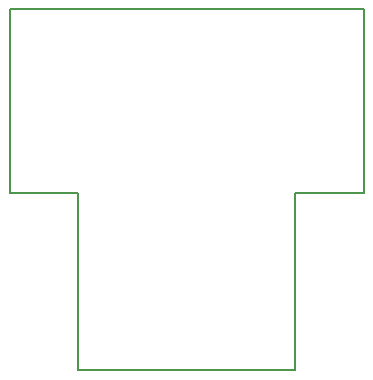
<source format=gm1>
G04 #@! TF.GenerationSoftware,KiCad,Pcbnew,8.0.3*
G04 #@! TF.CreationDate,2024-06-29T19:10:51-04:00*
G04 #@! TF.ProjectId,SDGeckoLED,53444765-636b-46f4-9c45-442e6b696361,rev?*
G04 #@! TF.SameCoordinates,Original*
G04 #@! TF.FileFunction,Profile,NP*
%FSLAX46Y46*%
G04 Gerber Fmt 4.6, Leading zero omitted, Abs format (unit mm)*
G04 Created by KiCad (PCBNEW 8.0.3) date 2024-06-29 19:10:51*
%MOMM*%
%LPD*%
G01*
G04 APERTURE LIST*
G04 #@! TA.AperFunction,Profile*
%ADD10C,0.127000*%
G04 #@! TD*
G04 APERTURE END LIST*
D10*
X116050060Y-89274180D02*
X116050060Y-104775000D01*
X140251180Y-104775000D02*
X146050000Y-104775000D01*
X121851420Y-104775000D02*
X121851420Y-119814340D01*
X146050000Y-89274180D02*
X116050060Y-89274180D01*
X146050000Y-104775000D02*
X146050000Y-89274180D01*
X116050060Y-104775000D02*
X121851420Y-104775000D01*
X140251180Y-119814340D02*
X140251180Y-104775000D01*
X121851420Y-119814340D02*
X140251180Y-119814340D01*
M02*

</source>
